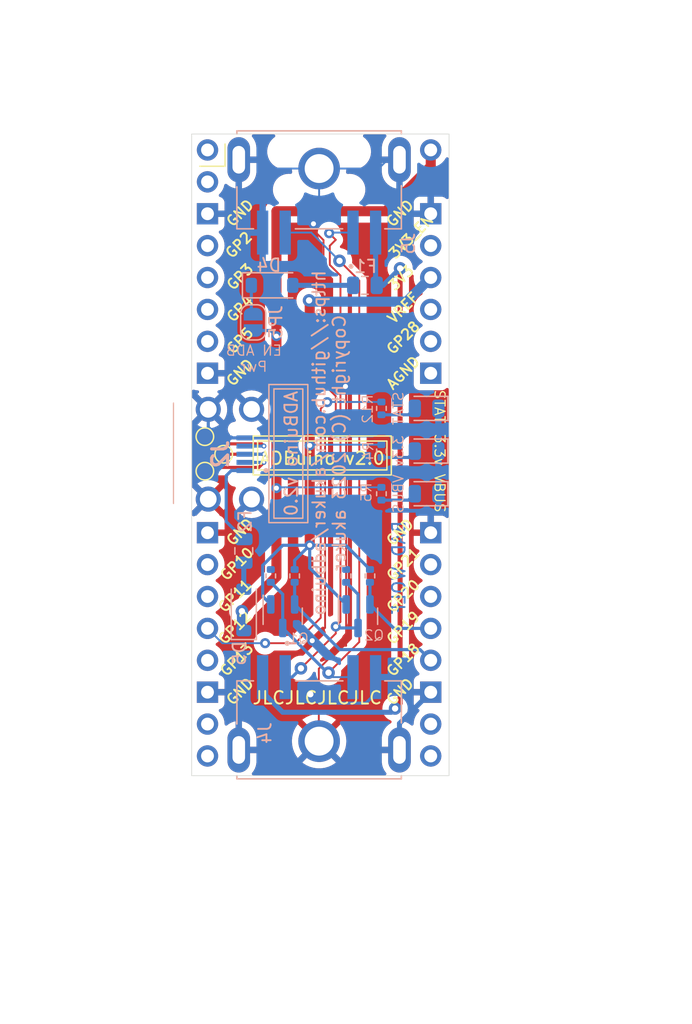
<source format=kicad_pcb>
(kicad_pcb (version 20221018) (generator pcbnew)
  (layers (0 "F.Cu" signal) (31 "B.Cu" signal) (34 "B.Paste" user) (35 "F.Paste" user) (36 "B.SilkS" user "B.Silkscreen") (37 "F.SilkS" user "F.Silkscreen") (38 "B.Mask" user) (39 "F.Mask" user) (44 "Edge.Cuts" user))
  (net 0 "")
  (net 1 "ADB_1_5v")
  (net 2 "ADB_1_DATA")
  (net 3 "ADB_1_PWR_ON")
  (net 4 "GND")
  (net 5 "+3V3")
  (net 6 "VBUS")
  (net 7 "Net-(D1-A)")
  (net 8 "Net-(D2-A)")
  (net 9 "Net-(D3-A)")
  (net 10 "Net-(D4-K)")
  (net 11 "Net-(D4-A)")
  (net 12 "Net-(D5-A)")
  (net 13 "Net-(F2-Pad1)")
  (net 14 "ADB_DATA_LV")
  (net 15 "ADB_PWR_ON_LV")
  (net 22 "DEBUG_LED")
  (net 31 "Net-(J2-Pad4)")
  (net 32 "Net-(J2-Pad3)")
  (net 33 "Net-(J2-Pad2)")
  (footprint "TestPoint:TestPoint_Pad_D1.0mm" (layer "F.Cu") (at 90.8 51.45 90)
    (fp_text reference "TP1" hide)
    (fp_text value "TestPoint_Small")
    (fp_circle (center 0 0) (end 0 0.7) (stroke (width 0.12)) (fill none) (layer "F.SilkS"))
    (pad "1" smd circle (at 0 0 90) (size 1 1) (layers "F.Cu" "F.Mask") (net 33 "Net-(J2-Pad2)"))
  )
  (footprint "TestPoint:TestPoint_Pad_D1.0mm" (layer "F.Cu") (at 92.3 50.1 90)
    (fp_text reference "TP2" hide)
    (fp_text value "TestPoint_Small")
    (fp_circle (center 0 0) (end 0 0.7) (stroke (width 0.12)) (fill none) (layer "F.SilkS"))
    (pad "1" smd circle (at 0 0 90) (size 1 1) (layers "F.Cu" "F.Mask") (net 32 "Net-(J2-Pad3)"))
  )
  (footprint "TestPoint:TestPoint_Pad_D1.0mm" (layer "F.Cu") (at 90.8 48.7 90)
    (fp_text reference "TP3" hide)
    (fp_text value "TestPoint_Small")
    (fp_circle (center 0 0) (end 0 0.7) (stroke (width 0.12)) (fill none) (layer "F.SilkS"))
    (pad "1" smd circle (at 0 0 90) (size 1 1) (layers "F.Cu" "F.Mask") (net 31 "Net-(J2-Pad4)"))
  )
  (footprint "MCU_RaspberryPi_and_Boards:Customized_RPi_Pico_SMD_TH" (layer "F.Cu") (at 99.9 50)
    (fp_text reference "U2" hide)
    (fp_text value "Pico")
    (fp_text user "GP28" (at 6.7 -9.174 45) (layer "F.SilkS") (effects (font (size 0.8 0.8))))
    (fp_text user "GP10" (at -6.554 8.84 45) (layer "F.SilkS") (effects (font (size 0.8 0.8))))
    (fp_text user "GP19" (at 6.7 13.94 45) (layer "F.SilkS") (effects (font (size 0.8 0.8))))
    (fp_text user "GP18" (at 6.7 16.48 45) (layer "F.SilkS") (effects (font (size 0.8 0.8))))
    (fp_text user "GND" (at -6.3 -19.1 45) (layer "F.SilkS") (effects (font (size 0.8 0.8))))
    (fp_text user "GND" (at -6.3 6.3 45) (layer "F.SilkS") (effects (font (size 0.8 0.8))))
    (fp_text user "GP20" (at 6.7 11.4 45) (layer "F.SilkS") (effects (font (size 0.8 0.8))))
    (fp_text user "GP21" (at 6.7 8.87 45) (layer "F.SilkS") (effects (font (size 0.8 0.8))))
    (fp_text user "AGND" (at 6.7 -6.38 45) (layer "F.SilkS") (effects (font (size 0.8 0.8))))
    (fp_text user "GND" (at 6.446 19.02 45) (layer "F.SilkS") (effects (font (size 0.8 0.8))))
    (fp_text user "GP12" (at -6.7 13.92 45) (layer "F.SilkS") (effects (font (size 0.8 0.8))))
    (fp_text user "GND" (at -6.3 -6.4 45) (layer "F.SilkS") (effects (font (size 0.8 0.8))))
    (fp_text user "GP5" (at -6.3 -8.94 45) (layer "F.SilkS") (effects (font (size 0.8 0.8))))
    (fp_text user "GND" (at 6.446 -19.08 45) (layer "F.SilkS") (effects (font (size 0.8 0.8))))
    (fp_text user "GP13" (at -6.554 16.46 45) (layer "F.SilkS") (effects (font (size 0.8 0.8))))
    (fp_text user "GP11" (at -6.7 11.38 45) (layer "F.SilkS") (effects (font (size 0.8 0.8))))
    (fp_text user "GND" (at -6.3 19 45) (layer "F.SilkS") (effects (font (size 0.8 0.8))))
    (fp_text user "VREF" (at 6.7 -11.552 45) (layer "F.SilkS") (effects (font (size 0.8 0.8))))
    (fp_text user "GP4" (at -6.3 -11.48 45) (layer "F.SilkS") (effects (font (size 0.8 0.8))))
    (fp_text user "3V3_EN" (at 7.346 -17.23 45) (layer "F.SilkS") (effects (font (size 0.8 0.8))))
    (fp_text user "GP2" (at -6.4 -16.56 45) (layer "F.SilkS") (effects (font (size 0.8 0.8))))
    (fp_text user "GP3" (at -6.3 -14.02 45) (layer "F.SilkS") (effects (font (size 0.8 0.8))))
    (fp_text user "GND" (at 6.446 6.32 45) (layer "F.SilkS") (effects (font (size 0.8 0.8))))
    (fp_text user "3V3" (at 6.546 -13.93 45) (layer "F.SilkS") (effects (font (size 0.8 0.8))))
    (fp_line (start -9.5 -22.833) (end -7.493 -22.833) (stroke (width 0.12)) (layer "F.SilkS"))
    (fp_line (start -7.493 -22.833) (end -7.493 -24.6) (stroke (width 0.12)) (layer "F.SilkS"))
    (pad "" np_thru_hole oval (at -2.725 -24) (size 1.8 1.8) (drill 1.8) (layers "*.Cu" "*.Mask"))
    (pad "" np_thru_hole oval (at -2.425 -20.97) (size 1.5 1.5) (drill 1.5) (layers "*.Cu" "*.Mask"))
    (pad "" np_thru_hole oval (at 2.425 -20.97) (size 1.5 1.5) (drill 1.5) (layers "*.Cu" "*.Mask"))
    (pad "" np_thru_hole oval (at 2.725 -24) (size 1.8 1.8) (drill 1.8) (layers "*.Cu" "*.Mask"))
    (pad "1" thru_hole oval (at -8.89 -24.13) (size 1.7 1.7) (drill 1.02) (layers "*.Cu" "*.Mask"))
    (pad "2" thru_hole oval (at -8.89 -21.59) (size 1.7 1.7) (drill 1.02) (layers "*.Cu" "*.Mask"))
    (pad "3" thru_hole rect (at -8.89 -19.05) (size 1.7 1.7) (drill 1.02) (layers "*.Cu" "*.Mask") (net 4 "GND"))
    (pad "4" thru_hole oval (at -8.89 -16.51) (size 1.7 1.7) (drill 1.02) (layers "*.Cu" "*.Mask"))
    (pad "5" thru_hole oval (at -8.89 -13.97) (size 1.7 1.7) (drill 1.02) (layers "*.Cu" "*.Mask"))
    (pad "6" thru_hole oval (at -8.89 -11.43) (size 1.7 1.7) (drill 1.02) (layers "*.Cu" "*.Mask"))
    (pad "7" thru_hole oval (at -8.89 -8.89) (size 1.7 1.7) (drill 1.02) (layers "*.Cu" "*.Mask"))
    (pad "8" thru_hole rect (at -8.89 -6.35) (size 1.7 1.7) (drill 1.02) (layers "*.Cu" "*.Mask") (net 4 "GND"))
    (pad "13" thru_hole rect (at -8.89 6.35) (size 1.7 1.7) (drill 1.02) (layers "*.Cu" "*.Mask") (net 4 "GND"))
    (pad "14" thru_hole oval (at -8.89 8.89) (size 1.7 1.7) (drill 1.02) (layers "*.Cu" "*.Mask"))
    (pad "15" thru_hole oval (at -8.89 11.43) (size 1.7 1.7) (drill 1.02) (layers "*.Cu" "*.Mask"))
    (pad "16" thru_hole oval (at -8.89 13.97) (size 1.7 1.7) (drill 1.02) (layers "*.Cu" "*.Mask") (net 22 "DEBUG_LED"))
    (pad "17" thru_hole oval (at -8.89 16.51) (size 1.7 1.7) (drill 1.02) (layers "*.Cu" "*.Mask"))
    (pad "18" thru_hole rect (at -8.89 19.05) (size 1.7 1.7) (drill 1.02) (layers "*.Cu" "*.Mask") (net 4 "GND"))
    (pad "19" thru_hole oval (at -8.89 21.59) (size 1.7 1.7) (drill 1.02) (layers "*.Cu" "*.Mask"))
    (pad "20" thru_hole oval (at -8.89 24.13) (size 1.7 1.7) (drill 1.02) (layers "*.Cu" "*.Mask"))
    (pad "21" thru_hole oval (at 8.89 24.13) (size 1.7 1.7) (drill 1.02) (layers "*.Cu" "*.Mask"))
    (pad "22" thru_hole oval (at 8.89 21.59) (size 1.7 1.7) (drill 1.02) (layers "*.Cu" "*.Mask"))
    (pad "23" thru_hole rect (at 8.89 19.05) (size 1.7 1.7) (drill 1.02) (layers "*.Cu" "*.Mask") (net 4 "GND"))
    (pad "24" thru_hole oval (at 8.89 16.51) (size 1.7 1.7) (drill 1.02) (layers "*.Cu" "*.Mask") (net 15 "ADB_PWR_ON_LV"))
    (pad "25" thru_hole oval (at 8.89 13.97) (size 1.7 1.7) (drill 1.02) (layers "*.Cu" "*.Mask") (net 14 "ADB_DATA_LV"))
    (pad "26" thru_hole oval (at 8.89 11.43) (size 1.7 1.7) (drill 1.02) (layers "*.Cu" "*.Mask"))
    (pad "27" thru_hole oval (at 8.89 8.89) (size 1.7 1.7) (drill 1.02) (layers "*.Cu" "*.Mask"))
    (pad "28" thru_hole rect (at 8.89 6.35) (size 1.7 1.7) (drill 1.02) (layers "*.Cu" "*.Mask") (net 4 "GND"))
    (pad "33" thru_hole rect (at 8.89 -6.35) (size 1.7 1.7) (drill 1.02) (layers "*.Cu" "*.Mask"))
    (pad "34" thru_hole oval (at 8.89 -8.89) (size 1.7 1.7) (drill 1.02) (layers "*.Cu" "*.Mask"))
    (pad "35" thru_hole oval (at 8.89 -11.43) (size 1.7 1.7) (drill 1.02) (layers "*.Cu" "*.Mask"))
    (pad "36" thru_hole oval (at 8.89 -13.97) (size 1.7 1.7) (drill 1.02) (layers "*.Cu" "*.Mask") (net 5 "+3V3"))
    (pad "37" thru_hole oval (at 8.89 -16.51) (size 1.7 1.7) (drill 1.02) (layers "*.Cu" "*.Mask"))
    (pad "38" thru_hole rect (at 8.89 -19.05) (size 1.7 1.7) (drill 1.02) (layers "*.Cu" "*.Mask") (net 4 "GND"))
    (pad "40" thru_hole oval (at 8.89 -24.13) (size 1.7 1.7) (drill 1.02) (layers "*.Cu" "*.Mask") (net 6 "VBUS"))
  )
  (footprint "SamacSys_Parts:U254051N4BH806" (layer "B.Cu") (at 92.035 50.1 90)
    (fp_text reference "J2" (at 0 0 270) (layer "B.SilkS") (effects (font (size 1.27 1.27) (thickness 0.254)) (justify mirror)))
    (fp_text value "U254-051N-4BH806" hide)
    (fp_line (start -3.924 -3.735) (end 4.075 -3.735) (stroke (width 0.1)) (layer "B.SilkS"))
    (fp_line (start -1.299 3.535) (end -1.299 3.535) (stroke (width 0.2)) (layer "B.SilkS"))
    (fp_line (start -1.299 3.735) (end -1.299 3.735) (stroke (width 0.2)) (layer "B.SilkS"))
    (fp_arc (start -1.299 3.535) (mid -1.199 3.635) (end -1.299 3.735) (stroke (width 0.2)) (layer "B.SilkS"))
    (fp_arc (start -1.299 3.735) (mid -1.399 3.635) (end -1.299 3.535) (stroke (width 0.2)) (layer "B.SilkS"))
    (pad "" np_thru_hole circle (at -2 1.165 90) (size 0.001 0.001) (drill 0.65) (layers "*.Cu" "*.Mask"))
    (pad "" np_thru_hole circle (at 2 1.165 90) (size 0.001 0.001) (drill 0.65) (layers "*.Cu" "*.Mask"))
    (pad "1" smd rect (at -1.3 1.985 90) (size 0.4 1.4) (layers "B.Cu" "B.Paste" "B.Mask") (net 13 "Net-(F2-Pad1)"))
    (pad "2" smd rect (at -0.65 1.985 90) (size 0.4 1.4) (layers "B.Cu" "B.Paste" "B.Mask") (net 33 "Net-(J2-Pad2)"))
    (pad "3" smd rect (at 0 1.985 90) (size 0.4 1.4) (layers "B.Cu" "B.Paste" "B.Mask") (net 32 "Net-(J2-Pad3)"))
    (pad "4" smd rect (at 0.65 1.985 90) (size 0.4 1.4) (layers "B.Cu" "B.Paste" "B.Mask") (net 31 "Net-(J2-Pad4)"))
    (pad "5" smd rect (at 1.3 1.985 90) (size 0.4 1.4) (layers "B.Cu" "B.Paste" "B.Mask") (net 4 "GND"))
    (pad "MH1" thru_hole circle (at -3.575 -0.965 90) (size 2 2) (drill 1.3285) (layers "*.Cu" "*.Mask") (net 4 "GND"))
    (pad "MH2" thru_hole circle (at 3.575 -0.965 90) (size 2 2) (drill 1.3285) (layers "*.Cu" "*.Mask") (net 4 "GND"))
    (pad "MH3" thru_hole circle (at 3.575 2.485 90) (size 2 2) (drill 1.3285) (layers "*.Cu" "*.Mask") (net 4 "GND"))
    (pad "MH4" thru_hole circle (at -3.575 2.485 90) (size 2 2) (drill 1.3285) (layers "*.Cu" "*.Mask") (net 4 "GND"))
  )
  (footprint "Resistor_SMD:R_0402_1005Metric" (layer "B.Cu") (at 102.05 59.79 -90)
    (fp_text reference "R6" hide)
    (fp_text value "10k")
    (fp_line (start -0.153641 -0.38) (end 0.153641 -0.38) (stroke (width 0.12)) (layer "B.SilkS"))
    (fp_line (start -0.153641 0.38) (end 0.153641 0.38) (stroke (width 0.12)) (layer "B.SilkS"))
    (pad "1" smd roundrect (at -0.51 0 270) (size 0.54 0.64) (layers "B.Cu" "B.Paste" "B.Mask") (net 1 "ADB_1_5v"))
    (pad "2" smd roundrect (at 0.51 0 270) (size 0.54 0.64) (layers "B.Cu" "B.Paste" "B.Mask") (net 2 "ADB_1_DATA"))
  )
  (footprint "Resistor_SMD:R_0402_1005Metric" (layer "B.Cu") (at 97.95 59.79 -90)
    (fp_text reference "R1" hide)
    (fp_text value "10k")
    (fp_line (start -0.153641 -0.38) (end 0.153641 -0.38) (stroke (width 0.12)) (layer "B.SilkS"))
    (fp_line (start -0.153641 0.38) (end 0.153641 0.38) (stroke (width 0.12)) (layer "B.SilkS"))
    (pad "1" smd roundrect (at -0.51 0 270) (size 0.54 0.64) (layers "B.Cu" "B.Paste" "B.Mask") (net 5 "+3V3"))
    (pad "2" smd roundrect (at 0.51 0 270) (size 0.54 0.64) (layers "B.Cu" "B.Paste" "B.Mask") (net 15 "ADB_PWR_ON_LV"))
  )
  (footprint "Resistor_SMD:R_0402_1005Metric" (layer "B.Cu") (at 96.05 59.79 -90)
    (fp_text reference "R2" hide)
    (fp_text value "10k")
    (fp_line (start -0.153641 -0.38) (end 0.153641 -0.38) (stroke (width 0.12)) (layer "B.SilkS"))
    (fp_line (start -0.153641 0.38) (end 0.153641 0.38) (stroke (width 0.12)) (layer "B.SilkS"))
    (pad "1" smd roundrect (at -0.51 0 270) (size 0.54 0.64) (layers "B.Cu" "B.Paste" "B.Mask") (net 1 "ADB_1_5v"))
    (pad "2" smd roundrect (at 0.51 0 270) (size 0.54 0.64) (layers "B.Cu" "B.Paste" "B.Mask") (net 3 "ADB_1_PWR_ON"))
  )
  (footprint "LED_SMD:LED_0805_2012Metric" (layer "B.Cu") (at 108.4625 49.84875 180)
    (fp_text reference "D1")
    (fp_text value "LED_Small")
    (fp_line (start -1.685 -0.96) (end 1 -0.96) (stroke (width 0.12)) (layer "B.SilkS"))
    (fp_line (start -1.685 0.96) (end -1.685 -0.96) (stroke (width 0.12)) (layer "B.SilkS"))
    (fp_line (start 1 0.96) (end -1.685 0.96) (stroke (width 0.12)) (layer "B.SilkS"))
    (pad "1" smd roundrect (at -0.9375 0 180) (size 0.975 1.4) (layers "B.Cu" "B.Paste" "B.Mask") (net 4 "GND"))
    (pad "2" smd roundrect (at 0.9375 0 180) (size 0.975 1.4) (layers "B.Cu" "B.Paste" "B.Mask") (net 7 "Net-(D1-A)"))
  )
  (footprint "LED_SMD:LED_0805_2012Metric" (layer "B.Cu") (at 108.4625 46.45 180)
    (fp_text reference "D3")
    (fp_text value "LED_Small")
    (fp_line (start -1.685 -0.96) (end 1 -0.96) (stroke (width 0.12)) (layer "B.SilkS"))
    (fp_line (start -1.685 0.96) (end -1.685 -0.96) (stroke (width 0.12)) (layer "B.SilkS"))
    (fp_line (start 1 0.96) (end -1.685 0.96) (stroke (width 0.12)) (layer "B.SilkS"))
    (pad "1" smd roundrect (at -0.9375 0 180) (size 0.975 1.4) (layers "B.Cu" "B.Paste" "B.Mask") (net 4 "GND"))
    (pad "2" smd roundrect (at 0.9375 0 180) (size 0.975 1.4) (layers "B.Cu" "B.Paste" "B.Mask") (net 9 "Net-(D3-A)"))
  )
  (footprint "Resistor_SMD:R_0402_1005Metric" (layer "B.Cu") (at 104.8625 49.84875 -90)
    (fp_text reference "R4" (at 0.00125 1.05 90) (layer "B.SilkS") (effects (font (size 0.8 0.8) (thickness 0.1)) (justify mirror)))
    (fp_text value "10k")
    (fp_line (start -0.153641 -0.38) (end 0.153641 -0.38) (stroke (width 0.12)) (layer "B.SilkS"))
    (fp_line (start -0.153641 0.38) (end 0.153641 0.38) (stroke (width 0.12)) (layer "B.SilkS"))
    (pad "1" smd roundrect (at -0.51 0 270) (size 0.54 0.64) (layers "B.Cu" "B.Paste" "B.Mask") (net 5 "+3V3"))
    (pad "2" smd roundrect (at 0.51 0 270) (size 0.54 0.64) (layers "B.Cu" "B.Paste" "B.Mask") (net 7 "Net-(D1-A)"))
  )
  (footprint "Resistor_SMD:R_0402_1005Metric" (layer "B.Cu") (at 104.8625 53.2475 -90)
    (fp_text reference "R5" (at -0.1025 1.2 90) (layer "B.SilkS") (effects (font (size 0.8 0.8) (thickness 0.1)) (justify mirror)))
    (fp_text value "10k")
    (fp_line (start -0.153641 -0.38) (end 0.153641 -0.38) (stroke (width 0.12)) (layer "B.SilkS"))
    (fp_line (start -0.153641 0.38) (end 0.153641 0.38) (stroke (width 0.12)) (layer "B.SilkS"))
    (pad "1" smd roundrect (at -0.51 0 270) (size 0.54 0.64) (layers "B.Cu" "B.Paste" "B.Mask") (net 6 "VBUS"))
    (pad "2" smd roundrect (at 0.51 0 270) (size 0.54 0.64) (layers "B.Cu" "B.Paste" "B.Mask") (net 8 "Net-(D2-A)"))
  )
  (footprint "Resistor_SMD:R_0402_1005Metric" (layer "B.Cu") (at 104.8625 46.45 -90)
    (fp_text reference "R12" (at 0.05 1.1 90) (layer "B.SilkS") (effects (font (size 0.8 0.8) (thickness 0.1)) (justify mirror)))
    (fp_text value "10k")
    (fp_line (start -0.153641 -0.38) (end 0.153641 -0.38) (stroke (width 0.12)) (layer "B.SilkS"))
    (fp_line (start -0.153641 0.38) (end 0.153641 0.38) (stroke (width 0.12)) (layer "B.SilkS"))
    (pad "1" smd roundrect (at -0.51 0 270) (size 0.54 0.64) (layers "B.Cu" "B.Paste" "B.Mask") (net 22 "DEBUG_LED"))
    (pad "2" smd roundrect (at 0.51 0 270) (size 0.54 0.64) (layers "B.Cu" "B.Paste" "B.Mask") (net 9 "Net-(D3-A)"))
  )
  (footprint "adbuino_v0p9p1:CUI_MD2-40ST-SMT" (layer "B.Cu") (at 99.9 28.25 90)
    (fp_text reference "J5" (at -5.08 7.112 90) (layer "B.SilkS") (effects (font (size 1.000457 1.000457)) (justify mirror)))
    (fp_text value "Mini-DIN-4")
    (fp_line (start -3.9 -6.55) (end -3.9 -5.23) (stroke (width 0.127)) (layer "B.SilkS"))
    (fp_line (start -3.9 -6.55) (end -0.56 -6.55) (stroke (width 0.127)) (layer "B.SilkS"))
    (fp_line (start -3.9 -1.89) (end -3.9 1.87) (stroke (width 0.127)) (layer "B.SilkS"))
    (fp_line (start -3.9 6.55) (end -3.9 5.23) (stroke (width 0.127)) (layer "B.SilkS"))
    (fp_line (start -3.9 6.55) (end -0.47 6.55) (stroke (width 0.127)) (layer "B.SilkS"))
    (fp_line (start 3.9 -6.55) (end 3.66 -6.55) (stroke (width 0.127)) (layer "B.SilkS"))
    (fp_line (start 3.9 6.55) (end 3.66 6.55) (stroke (width 0.127)) (layer "B.SilkS"))
    (fp_line (start 3.9 6.55) (end 3.9 -6.55) (stroke (width 0.127)) (layer "B.SilkS"))
    (fp_circle (center -6.89 2.54) (end -6.69 2.54) (fill solid) (layer "B.SilkS"))
    (pad "1" smd rect (at -4.2 2.7 90) (size 3.5 0.9) (layers "B.Cu" "B.Paste" "B.Mask") (net 2 "ADB_1_DATA"))
    (pad "2" smd rect (at -4.2 -2.7 90) (size 3.5 0.9) (layers "B.Cu" "B.Paste" "B.Mask") (net 3 "ADB_1_PWR_ON"))
    (pad "3" smd rect (at -4.2 4.5 90) (size 3.5 0.9) (layers "B.Cu" "B.Paste" "B.Mask") (net 1 "ADB_1_5v"))
    (pad "4" smd rect (at -4.2 -4.5 90) (size 3.5 0.9) (layers "B.Cu" "B.Paste" "B.Mask") (net 4 "GND"))
    (pad "S1" thru_hole circle (at 0.9 0 90) (size 3.316 3.316) (drill 2.3) (layers "*.Cu" "*.Mask") (net 4 "GND"))
    (pad "S2" thru_hole oval (at 1.6 6.4 90) (size 3.6 1.8) (drill oval 2.2 1) (layers "*.Cu" "*.Mask") (net 4 "GND"))
    (pad "S3" thru_hole oval (at 1.6 -6.4 90) (size 3.6 1.8) (drill oval 2.2 1) (layers "*.Cu" "*.Mask") (net 4 "GND"))
  )
  (footprint "Package_TO_SOT_SMD:SOT-23" (layer "B.Cu") (at 103 63 -90)
    (fp_text reference "Q2" (at 1.524 -1.27) (layer "B.SilkS") (effects (font (size 0.8 0.8) (thickness 0.1)) (justify mirror)))
    (fp_text value "BSS138")
    (fp_line (start 0 -1.56) (end -0.65 -1.56) (stroke (width 0.12)) (layer "B.SilkS"))
    (fp_line (start 0 -1.56) (end 0.65 -1.56) (stroke (width 0.12)) (layer "B.SilkS"))
    (fp_line (start 0 1.56) (end -1.675 1.56) (stroke (width 0.12)) (layer "B.SilkS"))
    (fp_line (start 0 1.56) (end 0.65 1.56) (stroke (width 0.12)) (layer "B.SilkS"))
    (pad "1" smd roundrect (at -0.9375 0.95 270) (size 1.475 0.6) (layers "B.Cu" "B.Paste" "B.Mask") (net 5 "+3V3"))
    (pad "2" smd roundrect (at -0.9375 -0.95 270) (size 1.475 0.6) (layers "B.Cu" "B.Paste" "B.Mask") (net 14 "ADB_DATA_LV"))
    (pad "3" smd roundrect (at 0.9375 0 270) (size 1.475 0.6) (layers "B.Cu" "B.Paste" "B.Mask") (net 2 "ADB_1_DATA"))
  )
  (footprint "LED_SMD:LED_0805_2012Metric" (layer "B.Cu") (at 108.4625 53.2475 180)
    (fp_text reference "D2")
    (fp_text value "LED_Small")
    (fp_line (start -1.685 -0.96) (end 1 -0.96) (stroke (width 0.12)) (layer "B.SilkS"))
    (fp_line (start -1.685 0.96) (end -1.685 -0.96) (stroke (width 0.12)) (layer "B.SilkS"))
    (fp_line (start 1 0.96) (end -1.685 0.96) (stroke (width 0.12)) (layer "B.SilkS"))
    (pad "1" smd roundrect (at -0.9375 0 180) (size 0.975 1.4) (layers "B.Cu" "B.Paste" "B.Mask") (net 4 "GND"))
    (pad "2" smd roundrect (at 0.9375 0 180) (size 0.975 1.4) (layers "B.Cu" "B.Paste" "B.Mask") (net 8 "Net-(D2-A)"))
  )
  (footprint "Package_TO_SOT_SMD:SOT-23" (layer "B.Cu") (at 97 63 -90)
    (fp_text reference "Q1" (at 1.778 -1.27) (layer "B.SilkS") (effects (font (size 0.8 0.8) (thickness 0.1)) (justify mirror)))
    (fp_text value "BSS138")
    (fp_line (start 0 -1.56) (end -0.65 -1.56) (stroke (width 0.12)) (layer "B.SilkS"))
    (fp_line (start 0 -1.56) (end 0.65 -1.56) (stroke (width 0.12)) (layer "B.SilkS"))
    (fp_line (start 0 1.56) (end -1.675 1.56) (stroke (width 0.12)) (layer "B.SilkS"))
    (fp_line (start 0 1.56) (end 0.65 1.56) (stroke (width 0.12)) (layer "B.SilkS"))
    (pad "1" smd roundrect (at -0.9375 0.95 270) (size 1.475 0.6) (layers "B.Cu" "B.Paste" "B.Mask") (net 5 "+3V3"))
    (pad "2" smd roundrect (at -0.9375 -0.95 270) (size 1.475 0.6) (layers "B.Cu" "B.Paste" "B.Mask") (net 15 "ADB_PWR_ON_LV"))
    (pad "3" smd roundrect (at 0.9375 0 270) (size 1.475 0.6) (layers "B.Cu" "B.Paste" "B.Mask") (net 3 "ADB_1_PWR_ON"))
  )
  (footprint "Resistor_SMD:R_0402_1005Metric" (layer "B.Cu") (at 103.95 59.79 -90)
    (fp_text reference "R3" hide)
    (fp_text value "10k")
    (fp_line (start -0.153641 -0.38) (end 0.153641 -0.38) (stroke (width 0.12)) (layer "B.SilkS"))
    (fp_line (start -0.153641 0.38) (end 0.153641 0.38) (stroke (width 0.12)) (layer "B.SilkS"))
    (pad "1" smd roundrect (at -0.51 0 270) (size 0.54 0.64) (layers "B.Cu" "B.Paste" "B.Mask") (net 5 "+3V3"))
    (pad "2" smd roundrect (at 0.51 0 270) (size 0.54 0.64) (layers "B.Cu" "B.Paste" "B.Mask") (net 14 "ADB_DATA_LV"))
  )
  (footprint "adbuino_v0p9p1:CUI_MD2-40ST-SMT" (layer "B.Cu") (at 99.9 72.05 -90)
    (fp_text reference "J4" (at 0.254 4.318 90) (layer "B.SilkS") (effects (font (size 1.000457 1.000457)) (justify mirror)))
    (fp_text value "Mini-DIN-4")
    (fp_line (start -3.9 -6.55) (end -3.9 -5.23) (stroke (width 0.127)) (layer "B.SilkS"))
    (fp_line (start -3.9 -6.55) (end -0.56 -6.55) (stroke (width 0.127)) (layer "B.SilkS"))
    (fp_line (start -3.9 -1.89) (end -3.9 1.87) (stroke (width 0.127)) (layer "B.SilkS"))
    (fp_line (start -3.9 6.55) (end -3.9 5.23) (stroke (width 0.127)) (layer "B.SilkS"))
    (fp_line (start -3.9 6.55) (end -0.47 6.55) (stroke (width 0.127)) (layer "B.SilkS"))
    (fp_line (start 3.9 -6.55) (end 3.66 -6.55) (stroke (width 0.127)) (layer "B.SilkS"))
    (fp_line (start 3.9 6.55) (end 3.66 6.55) (stroke (width 0.127)) (layer "B.SilkS"))
    (fp_line (start 3.9 6.55) (end 3.9 -6.55) (stroke (width 0.127)) (layer "B.SilkS"))
    (fp_circle (center -6.89 2.54) (end -6.69 2.54) (fill solid) (layer "B.SilkS"))
    (pad "1" smd rect (at -4.2 2.7 270) (size 3.5 0.9) (layers "B.Cu" "B.Paste" "B.Mask") (net 2 "ADB_1_DATA"))
    (pad "2" smd rect (at -4.2 -2.7 270) (size 3.5 0.9) (layers "B.Cu" "B.Paste" "B.Mask") (net 3 "ADB_1_PWR_ON"))
    (pad "3" smd rect (at -4.2 4.5 270) (size 3.5 0.9) (layers "B.Cu" "B.Paste" "B.Mask") (net 1 "ADB_1_5v"))
    (pad "4" smd rect (at -4.2 -4.5 270) (size 3.5 0.9) (layers "B.Cu" "B.Paste" "B.Mask") (net 4 "GND"))
    (pad "S1" thru_hole circle (at 0.9 0 270) (size 3.316 3.316) (drill 2.3) (layers "*.Cu" "*.Mask") (net 4 "GND"))
    (pad "S2" thru_hole oval (at 1.6 6.4 270) (size 3.6 1.8) (drill oval 2.2 1) (layers "*.Cu" "*.Mask") (net 4 "GND"))
    (pad "S3" thru_hole oval (at 1.6 -6.4 270) (size 3.6 1.8) (drill oval 2.2 1) (layers "*.Cu" "*.Mask") (net 4 "GND"))
  )
  (footprint "Fuse:Fuse_0805_2012Metric" (layer "B.Cu") (at 93.9 57.8 -90)
    (fp_text reference "F2" (at -2.35 -0.1 -90) (layer "B.SilkS") (effects (justify mirror)))
    (fp_text value "Polyfuse")
    (fp_line (start -0.258578 -0.71) (end 0.258578 -0.71) (stroke (width 0.12)) (layer "B.SilkS"))
    (fp_line (start -0.258578 0.71) (end 0.258578 0.71) (stroke (width 0.12)) (layer "B.SilkS"))
    (pad "1" smd roundrect (at -0.9375 0 270) (size 0.975 1.4) (layers "B.Cu" "B.Paste" "B.Mask") (net 13 "Net-(F2-Pad1)"))
    (pad "2" smd roundrect (at 0.9375 0 270) (size 0.975 1.4) (layers "B.Cu" "B.Paste" "B.Mask") (net 12 "Net-(D5-A)"))
  )
  (footprint "Diode_SMD:D_SOD-123" (layer "B.Cu") (at 96.15 36.65)
    (fp_text reference "D4" (at -0.25 -1.6) (layer "B.SilkS") (effects (justify mirror)))
    (fp_text value "D_Schottky")
    (fp_line (start -2.36 -1) (end 1.65 -1) (stroke (width 0.12)) (layer "B.SilkS"))
    (fp_line (start -2.36 1) (end -2.36 -1) (stroke (width 0.12)) (layer "B.SilkS"))
    (fp_line (start -2.36 1) (end 1.65 1) (stroke (width 0.12)) (layer "B.SilkS"))
    (pad "1" smd roundrect (at -1.65 0) (size 0.9 1.2) (layers "B.Cu" "B.Paste" "B.Mask") (net 10 "Net-(D4-K)"))
    (pad "2" smd roundrect (at 1.65 0) (size 0.9 1.2) (layers "B.Cu" "B.Paste" "B.Mask") (net 11 "Net-(D4-A)"))
  )
  (footprint "Fuse:Fuse_0805_2012Metric" (layer "B.Cu") (at 103.55 36.65 180)
    (fp_text reference "F1" (at -0.05 1.5) (layer "B.SilkS") (effects (justify mirror)))
    (fp_text value "Polyfuse")
    (fp_line (start -0.258578 -0.71) (end 0.258578 -0.71) (stroke (width 0.12)) (layer "B.SilkS"))
    (fp_line (start -0.258578 0.71) (end 0.258578 0.71) (stroke (width 0.12)) (layer "B.SilkS"))
    (pad "1" smd roundrect (at -0.9375 0 180) (size 0.975 1.4) (layers "B.Cu" "B.Paste" "B.Mask") (net 1 "ADB_1_5v"))
    (pad "2" smd roundrect (at 0.9375 0 180) (size 0.975 1.4) (layers "B.Cu" "B.Paste" "B.Mask") (net 11 "Net-(D4-A)"))
  )
  (footprint "Jumper:SolderJumper-2_P1.3mm_Open_RoundedPad1.0x1.5mm" (layer "B.Cu") (at 94.65 39.6 90)
    (fp_text reference "JP5" (at 0 1.8 90) (layer "B.SilkS") (effects (justify mirror)))
    (fp_text value "SolderJumper_2_Open")
    (fp_line (start -1.4 -0.3) (end -1.4 0.3) (stroke (width 0.12)) (layer "B.SilkS"))
    (fp_line (start -0.7 1) (end 0.7 1) (stroke (width 0.12)) (layer "B.SilkS"))
    (fp_line (start 0.7 -1) (end -0.7 -1) (stroke (width 0.12)) (layer "B.SilkS"))
    (fp_line (start 1.4 0.3) (end 1.4 -0.3) (stroke (width 0.12)) (layer "B.SilkS"))
    (fp_arc (start -1.4 -0.3) (mid -1.194975 -0.794975) (end -0.7 -1) (stroke (width 0.12)) (layer "B.SilkS"))
    (fp_arc (start -0.7 1) (mid -1.194975 0.794975) (end -1.4 0.3) (stroke (width 0.12)) (layer "B.SilkS"))
    (fp_arc (start 0.7 -1) (mid 1.194975 -0.794975) (end 1.4 -0.3) (stroke (width 0.12)) (layer "B.SilkS"))
    (fp_arc (start 1.4 0.3) (mid 1.194975 0.794975) (end 0.7 1) (stroke (width 0.12)) (layer "B.SilkS"))
    (pad "1" smd custom (at -0.65 0 90) (size 1 0.5) (layers "B.Cu" "B.Mask") (net 6 "VBUS") (options (clearance outline) (anchor rect)) (primitives (gr_circle (center 0 -0.25) (end 0.5 -0.25) (width 0) (fill yes)) (gr_circle (center 0 0.25) (end 0.5 0.25) (width 0) (fill yes)) (gr_poly (pts (xy 0.5 -0.75) (xy 0 -0.75) (xy 0 0.75) (xy 0.5 0.75)) (width 0) (fill yes))))
    (pad "2" smd custom (at 0.65 0 90) (size 1 0.5) (layers "B.Cu" "B.Mask") (net 10 "Net-(D4-K)") (options (clearance outline) (anchor rect)) (primitives (gr_circle (center 0 -0.25) (end 0.5 -0.25) (width 0) (fill yes)) (gr_circle (center 0 0.25) (end 0.5 0.25) (width 0) (fill yes)) (gr_poly (pts (xy 0 -0.75) (xy -0.5 -0.75) (xy -0.5 0.75) (xy 0 0.75)) (width 0) (fill yes))))
  )
  (footprint "Diode_SMD:D_SOD-123" (layer "B.Cu") (at 93.9 62.5 90)
    (fp_text reference "D5" (at -3.45 -0.35 90) (layer "B.SilkS") (effects (justify mirror)))
    (fp_text value "D_Schottky")
    (fp_line (start -2.36 -1) (end 1.65 -1) (stroke (width 0.12)) (layer "B.SilkS"))
    (fp_line (start -2.36 1) (end -2.36 -1) (stroke (width 0.12)) (layer "B.SilkS"))
    (fp_line (start -2.36 1) (end 1.65 1) (stroke (width 0.12)) (layer "B.SilkS"))
    (pad "1" smd roundrect (at -1.65 0 90) (size 0.9 1.2) (layers "B.Cu" "B.Paste" "B.Mask") (net 6 "VBUS"))
    (pad "2" smd roundrect (at 1.65 0 90) (size 0.9 1.2) (layers "B.Cu" "B.Paste" "B.Mask") (net 12 "Net-(D5-A)"))
  )
  (gr_rect (start 95.9 44.55) (end 99 55.55) (stroke (width 0.12)) (fill none) (layer "B.SilkS"))
  (gr_rect (start 96.3 44.9) (end 98.6 55.2) (stroke (width 0.12)) (fill none) (layer "B.SilkS"))
  (gr_rect (start 95 49.05) (end 105.3 51.35) (stroke (width 0.12)) (fill none) (layer "F.SilkS"))
  (gr_rect (start 94.65 48.65) (end 105.65 51.75) (stroke (width 0.12)) (fill none) (layer "F.SilkS"))
  (gr_line (start 110.25 24.6) (end 110.25 75.7) (stroke (width 0.05)) (layer "Edge.Cuts"))
  (gr_line (start 110.25 75.7) (end 89.75 75.7) (stroke (width 0.05)) (layer "Edge.Cuts"))
  (gr_line (start 89.75 75.7) (end 89.75 24.6) (stroke (width 0.05)) (layer "Edge.Cuts"))
  (gr_line (start 89.75 24.6) (end 110.25 24.6) (stroke (width 0.05)) (layer "Edge.Cuts"))
  (gr_text "BAD WOLF" (at 106.25 59.15 90) (layer "B.Cu") (effects (font (size 1 1)) (justify mirror)))
  (gr_text "VBUS" (at 106.2125 53.2475 90) (layer "B.SilkS") (effects (font (size 0.8 0.8) (thickness 0.1)) (justify mirror)))
  (gr_text "STAT\n" (at 106.2125 46.450001 90) (layer "B.SilkS") (effects (font (size 0.8 0.8) (thickness 0.1)) (justify mirror)))
  (gr_text "ADBuino v2.0" (at 97.677 50.048 90) (layer "B.SilkS") (effects (font (size 1 1)) (justify mirror)))
  (gr_text "3.3v\n" (at 106.2125 49.84875 90) (layer "B.SilkS") (effects (font (size 0.8 0.8) (thickness 0.1)) (justify mirror)))
  (gr_text "EN ADB\nPwr" (at 94.7 43.6) (layer "B.SilkS") (effects (font (size 0.8 0.8) (thickness 0.1)) (justify bottom mirror)))
  (gr_text "https://github.com/akuker/adbuino\nCopyright (C) 2023 akuker" (at 100.7 49.2 90) (layer "B.SilkS") (effects (font (size 1 1)) (justify mirror)))
  (gr_text "VBUS" (at 109.5 53.2 -90) (layer "F.SilkS") (effects (font (size 0.8 0.8) (thickness 0.1))))
  (gr_text "3.3v\n" (at 109.5 49.75 -90) (layer "F.SilkS") (effects (font (size 0.8 0.8) (thickness 0.1))))
  (gr_text "STAT\n" (at 109.5 46.3 -90) (layer "F.SilkS") (effects (font (size 0.8 0.8) (thickness 0.1))))
  (gr_text "JLCJLCJLCJLC" (at 99.75 69.5) (layer "F.SilkS") (effects (font (size 1 1))))
  (gr_text "ADBuino v2.0" (at 100.148 50.427) (layer "F.SilkS") (effects (font (size 1 1))))
  (segment (start 106.35 69.95) (end 105.95 70.35) (width 0.4) (layer "F.Cu") (net 1))
  (segment (start 106.35 35.3) (end 106.35 69.95) (width 0.4) (layer "F.Cu") (net 1))
  (via (at 106.35 35.3) (size 1) (drill 0.5) (layers "F.Cu" "B.Cu") (net 1))
  (via (at 105.95 70.35) (size 1) (drill 0.5) (layers "F.Cu" "B.Cu") (net 1))
  (segment (start 105.95 70.35) (end 105.65 70.65) (width 0.4) (layer "B.Cu") (net 1))
  (segment (start 104.4 36.5625) (end 104.4875 36.65) (width 0.4) (layer "B.Cu") (net 1))
  (segment (start 95.4 69.05) (end 95.4 67.85) (width 0.4) (layer "B.Cu") (net 1))
  (segment (start 105.65 70.65) (end 97 70.65) (width 0.4) (layer "B.Cu") (net 1))
  (segment (start 105 36.65) (end 106.35 35.3) (width 0.4) (layer "B.Cu") (net 1))
  (segment (start 97 70.65) (end 95.4 69.05) (width 0.4) (layer "B.Cu") (net 1))
  (segment (start 104.4875 36.65) (end 105 36.65) (width 0.4) (layer "B.Cu") (net 1))
  (segment (start 104.4 32.45) (end 104.4 36.5625) (width 0.4) (layer "B.Cu") (net 1))
  (segment (start 100.7495 33.5005) (end 101.225 33.025) (width 0.15) (layer "F.Cu") (net 2))
  (segment (start 101.6 44.145405) (end 101.6 35.871516) (width 0.15) (layer "F.Cu") (net 2))
  (segment (start 101.225 63.825) (end 101.6 63.45) (width 0.15) (layer "F.Cu") (net 2))
  (segment (start 101.6 35.871516) (end 100.7495 35.021016) (width 0.15) (layer "F.Cu") (net 2))
  (segment (start 101.325 44.420405) (end 101.6 44.145405) (width 0.15) (layer "F.Cu") (net 2))
  (segment (start 101.6 63.45) (end 101.6 45.254595) (width 0.15) (layer "F.Cu") (net 2))
  (segment (start 101.225 64.375) (end 98.45 67.15) (width 0.15) (layer "F.Cu") (net 2))
  (segment (start 101.325 44.979595) (end 101.325 44.420405) (width 0.15) (layer "F.Cu") (net 2))
  (segment (start 101.6 45.254595) (end 101.325 44.979595) (width 0.15) (layer "F.Cu") (net 2))
  (segment (start 101.225 63.825) (end 101.225 64.375) (width 0.15) (layer "F.Cu") (net 2))
  (segment (start 101.225 33.025) (end 100.7 32.5) (width 0.15) (layer "F.Cu") (net 2))
  (segment (start 100.7495 35.021016) (end 100.7495 33.5005) (width 0.15) (layer "F.Cu") (net 2))
  (via (at 101.225 63.825) (size 0.8) (drill 0.4) (layers "F.Cu" "B.Cu") (net 2))
  (via (at 100.7 32.5) (size 0.8) (drill 0.4) (layers "F.Cu" "B.Cu") (net 2))
  (via (at 98.45 67.15) (size 1) (drill 0.5) (layers "F.Cu" "B.Cu") (net 2))
  (segment (start 102.05 60.3) (end 103 61.25) (width 0.25) (layer "B.Cu") (net 2))
  (segment (start 97.75 67.85) (end 97.2 67.85) (width 0.25) (layer "B.Cu") (net 2))
  (segment (start 103 61.25) (end 103 63.9375) (width 0.25) (layer "B.Cu") (net 2))
  (segment (start 102.6 32.45) (end 100.75 32.45) (width 0.15) (layer "B.Cu") (net 2))
  (segment (start 100.75 32.45) (end 100.7 32.5) (width 0.15) (layer "B.Cu") (net 2))
  (segment (start 98.45 67.15) (end 97.75 67.85) (width 0.25) (layer "B.Cu") (net 2))
  (segment (start 101.225 63.825) (end 101.3375 63.9375) (width 0.25) (layer "B.Cu") (net 2))
  (segment (start 101.3375 63.9375) (end 103 63.9375) (width 0.25) (layer "B.Cu") (net 2))
  (segment (start 100.65 67.5) (end 103.1 65.05) (width 0.15) (layer "F.Cu") (net 3))
  (segment (start 103.1 65.05) (end 103.1 36.2755) (width 0.15) (layer "F.Cu") (net 3))
  (segment (start 103.1 36.2755) (end 101.5245 34.7) (width 0.15) (layer "F.Cu") (net 3))
  (via (at 101.5245 34.7) (size 1) (drill 0.5) (layers "F.Cu" "B.Cu") (net 3))
  (via (at 100.65 67.5) (size 1) (drill 0.5) (layers "F.Cu" "B.Cu") (net 3))
  (segment (start 96.05 60.3) (end 97 61.25) (width 0.25) (layer "B.Cu") (net 3))
  (segment (start 101.5245 34.7) (end 99.2745 32.45) (width 0.15) (layer "B.Cu") (net 3))
  (segment (start 99.2745 32.45) (end 97.2 32.45) (width 0.15) (layer "B.Cu") (net 3))
  (segment (start 101 67.85) (end 102.6 67.85) (width 0.15) (layer "B.Cu") (net 3))
  (segment (start 100.5625 67.5) (end 100.65 67.5) (width 0.25) (layer "B.Cu") (net 3))
  (segment (start 97 63.9375) (end 100.5625 67.5) (width 0.25) (layer "B.Cu") (net 3))
  (segment (start 100.65 67.5) (end 101 67.85) (width 0.15) (layer "B.Cu") (net 3))
  (segment (start 97 61.25) (end 97 63.9375) (width 0.25) (layer "B.Cu") (net 3))
  (segment (start 99.9 72.95) (end 99.875 72.925) (width 0.15) (layer "F.Cu") (net 4))
  (segment (start 99.15 31.85) (end 99.2505 31.7495) (width 0.15) (layer "F.Cu") (net 4))
  (segment (start 99.875 72.925) (end 99.875 67.178984) (width 0.15) (layer "F.Cu") (net 4))
  (segment (start 101.703984 65.35) (end 102.05 65.35) (width 0.15) (layer "F.Cu") (net 4))
  (segment (start 100.375 47.875) (end 100.6 47.65) (width 0.15) (layer "F.Cu") (net 4))
  (segment (start 100.35 44.6) (end 100.25 44.6) (width 0.15) (layer "F.Cu") (net 4))
  (segment (start 102.05 44.75) (end 102 44.7) (width 0.15) (layer "F.Cu") (net 4))
  (segment (start 99.875 67.178984) (end 101.703984 65.35) (width 0.15) (layer "F.Cu") (net 4))
  (segment (start 99.35 64.95) (end 100.375 63.925) (width 0.15) (layer "F.Cu") (net 4))
  (segment (start 101.225 45.475) (end 100.35 44.6) (width 0.15) (layer "F.Cu") (net 4))
  (segment (start 102.05 65.35) (end 102.05 44.75) (width 0.15) (layer "F.Cu") (net 4))
  (segment (start 99.15 31.95) (end 99.15 31.85) (width 0.15) (layer "F.Cu") (net 4))
  (segment (start 101.225 47.025) (end 101.225 45.475) (width 0.15) (layer "F.Cu") (net 4))
  (segment (start 100.25 33.05) (end 99.15 31.95) (width 0.15) (layer "F.Cu") (net 4))
  (segment (start 100.6 47.65) (end 101.225 47.025) (width 0.15) (layer "F.Cu") (net 4))
  (segment (start 100.375 63.925) (end 100.375 47.875) (width 0.15) (layer "F.Cu") (net 4))
  (segment (start 99.2505 31.7495) (end 99.45 31.7495) (width 0.15) (layer "F.Cu") (net 4))
  (segment (start 100.25 44.6) (end 100.25 33.05) (width 0.15) (layer "F.Cu") (net 4))
  (via (at 99.35 64.95) (size 0.8) (drill 0.4) (layers "F.Cu" "B.Cu") (net 4))
  (via (at 99.45 31.7495) (size 0.8) (drill 0.4) (layers "F.Cu" "B.Cu") (net 4))
  (via (at 102 44.7) (size 0.8) (drill 0.4) (layers "F.Cu" "B.Cu") (net 4))
  (via (at 99.20072 69.211733) (size 1) (drill 0.5) (layers "F.Cu" "B.Cu") (net 4))
  (segment (start 96.35 48.35) (end 96.345 48.35) (width 0.25) (layer "B.Cu") (net 4))
  (segment (start 94.8 26.65) (end 93.5 26.65) (width 0.15) (layer "B.Cu") (net 4))
  (segment (start 94.02 48.8) (end 95.9 48.8) (width 0.25) (layer "B.Cu") (net 4))
  (segment (start 104.4 69.15) (end 103.625 69.925) (width 0.25) (layer "B.Cu") (net 4))
  (segment (start 99.9 27.35) (end 104.05 27.35) (width 0.15) (layer "B.Cu") (net 4))
  (segment (start 95.9 48.8) (end 96.35 48.35) (width 0.25) (layer "B.Cu") (net 4))
  (segment (start 91.07 47.939213) (end 91.07 46.525) (width 0.25) (layer "B.Cu") (net 4))
  (segment (start 96.345 48.35) (end 94.52 46.525) (width 0.25) (layer "B.Cu") (net 4))
  (segment (start 104.4 67.85) (end 104.4 69.15) (width 0.25) (layer "B.Cu") (net 4))
  (segment (start 106.3 73.65) (end 106.3 71.54) (width 0.4) (layer "B.Cu") (net 4))
  (segment (start 103.625 69.925) (end 99.913987 69.925) (width 0.25) (layer "B.Cu") (net 4))
  (segment (start 93.5 28.46) (end 93.5 26.65) (width 0.25) (layer "B.Cu") (net 4))
  (segment (start 104.05 27.35) (end 104.35 27.65) (width 0.15) (layer "B.Cu") (net 4))
  (segment (start 91.930787 48.8) (end 91.07 47.939213) (width 0.25) (layer "B.Cu") (net 4))
  (segment (start 99.9 27.35) (end 96.1 27.35) (width 0.15) (layer "B.Cu") (net 4))
  (segment (start 106.3 71.54) (end 108.79 69.05) (width 0.4) (layer "B.Cu") (net 4))
  (segment (start 96.1 27.35) (end 95.8 27.65) (width 0.15) (layer "B.Cu") (net 4))
  (segment (start 99.913987 69.925) (end 99.20072 69.211733) (width 0.25) (layer "B.Cu") (net 4))
  (segment (start 99.9 31.2995) (end 99.9 27.35) (width 0.15) (layer "B.Cu") (net 4))
  (segment (start 94.02 48.8) (end 91.930787 48.8) (width 0.25) (layer "B.Cu") (net 4))
  (segment (start 105.35 26.65) (end 106.3 26.65) (width 0.15) (layer "B.Cu") (net 4))
  (segment (start 99.45 31.7495) (end 99.9 31.2995) (width 0.15) (layer "B.Cu") (net 4))
  (segment (start 104.35 27.65) (end 105.35 26.65) (width 0.15) (layer "B.Cu") (net 4))
  (segment (start 95.8 27.65) (end 94.8 26.65) (width 0.15) (layer "B.Cu") (net 4))
  (segment (start 99.15 44.467919) (end 99.15 49.4) (width 0.8) (layer "F.Cu") (net 5))
  (segment (start 99.15 49.4) (end 99.15 57.35) (width 0.8) (layer "F.Cu") (net 5))
  (segment (start 99.15 37.9) (end 99.1 37.85) (width 0.8) (layer "F.Cu") (net 5))
  (segment (start 99.15 44.467919) (end 99.15 37.9) (width 0.8) (layer "F.Cu") (net 5))
  (via (at 99.15 49.4) (size 0.8) (drill 0.4) (layers "F.Cu" "B.Cu") (net 5))
  (via (at 99.1 37.85) (size 1) (drill 0.5) (layers "F.Cu" "B.Cu") (net 5))
  (via (at 99.15 57.35) (size 0.8) (drill 0.4) (layers "F.Cu" "B.Cu") (net 5))
  (segment (start 99.1 37.85) (end 99.2 37.95) (width 0.8) (layer "B.Cu") (net 5))
  (segment (start 103.95 59.28) (end 102.02 57.35) (width 0.25) (layer "B.Cu") (net 5))
  (segment (start 95.405 61.4175) (end 95.405 58.954462) (width 0.25) (layer "B.Cu") (net 5))
  (segment (start 99.15 59.1625) (end 99.15 57.35) (width 0.25) (layer "B.Cu") (net 5))
  (segment (start 102.02 57.35) (end 99.15 57.35) (width 0.25) (layer "B.Cu") (net 5))
  (segment (start 96.05 62.0625) (end 95.405 61.4175) (width 0.25) (layer "B.Cu") (net 5))
  (segment (start 104.8625 49.33875) (end 99.21125 49.33875) (width 0.15) (layer "B.Cu") (net 5))
  (segment (start 102.05 62.0625) (end 99.15 59.1625) (width 0.25) (layer "B.Cu") (net 5))
  (segment (start 97.95 59.28) (end 97.95 58.55) (width 0.25) (layer "B.Cu") (net 5))
  (segment (start 95.405 58.954462) (end 97.009462 57.35) (width 0.25) (layer "B.Cu") (net 5))
  (segment (start 106.87 37.95) (end 108.79 36.03) (width 0.8) (layer "B.Cu") (net 5))
  (segment (start 99.21125 49.33875) (end 99.15 49.4) (width 0.15) (layer "B.Cu") (net 5))
  (segment (start 97.95 58.55) (end 99.15 57.35) (width 0.25) (layer "B.Cu") (net 5))
  (segment (start 99.2 37.95) (end 106.87 37.95) (width 0.8) (layer "B.Cu") (net 5))
  (segment (start 97.009462 57.35) (end 99.15 57.35) (width 0.25) (layer "B.Cu") (net 5))
  (segment (start 96.5 40.7) (end 96.5 30.75) (width 0.8) (layer "F.Cu") (net 6))
  (segment (start 105.22132 30.75) (end 108.79 27.18132) (width 0.8) (layer "F.Cu") (net 6))
  (segment (start 96.5 30.75) (end 105.22132 30.75) (width 0.8) (layer "F.Cu") (net 6))
  (segment (start 93.75 62.6) (end 96.5 59.85) (width 0.8) (layer "F.Cu") (net 6))
  (segment (start 108.79 27.18132) (end 108.79 25.87) (width 0.8) (layer "F.Cu") (net 6))
  (segment (start 96.5 52.8) (end 96.5 40.7) (width 0.8) (layer "F.Cu") (net 6))
  (segment (start 96.5 59.85) (end 96.5 52.8) (width 0.8) (layer "F.Cu") (net 6))
  (via (at 96.5 40.7) (size 0.8) (drill 0.4) (layers "F.Cu" "B.Cu") (net 6))
  (via (at 96.5 52.8) (size 0.8) (drill 0.4) (layers "F.Cu" "B.Cu") (net 6))
  (via (at 93.75 62.6) (size 1) (drill 0.5) (layers "F.Cu" "B.Cu") (net 6))
  (segment (start 96.05 40.25) (end 96.5 40.7) (width 0.25) (layer "B.Cu") (net 6))
  (segment (start 94.65 40.25) (end 96.05 40.25) (width 0.25) (layer "B.Cu") (net 6))
  (segment (start 104.8625 52.7375) (end 96.5625 52.7375) (width 0.15) (layer "B.Cu") (net 6))
  (segment (start 96.5625 52.7375) (end 96.5 52.8) (width 0.15) (layer "B.Cu") (net 6))
  (segment (start 93.75 64) (end 93.9 64.15) (width 0.8) (layer "B.Cu") (net 6))
  (segment (start 93.75 62.6) (end 93.75 64) (width 0.8) (layer "B.Cu") (net 6))
  (segment (start 107.015 50.35875) (end 104.8625 50.35875) (width 0.25) (layer "B.Cu") (net 7))
  (segment (start 107.525 49.84875) (end 107.015 50.35875) (width 0.25) (layer "B.Cu") (net 7))
  (segment (start 107.015 53.7575) (end 104.8625 53.7575) (width 0.25) (layer "B.Cu") (net 8))
  (segment (start 107.525 53.2475) (end 107.015 53.7575) (width 0.25) (layer "B.Cu") (net 8))
  (segment (start 107.015 46.96) (end 104.8625 46.96) (width 0.25) (layer "B.Cu") (net 9))
  (segment (start 107.525 46.45) (end 107.015 46.96) (width 0.25) (layer "B.Cu") (net 9))
  (segment (start 94.5 36.65) (end 94.5 38.8) (width 0.25) (layer "B.Cu") (net 10))
  (segment (start 94.5 38.8) (end 94.65 38.95) (width 0.25) (layer "B.Cu") (net 10))
  (segment (start 102.6125 36.65) (end 97.8 36.65) (width 0.4) (layer "B.Cu") (net 11))
  (segment (start 93.9 60.85) (end 93.9 58.7375) (width 0.4) (layer "B.Cu") (net 12))
  (segment (start 92.910051 51.4) (end 92.5 51.810051) (width 0.25) (layer "B.Cu") (net 13))
  (segment (start 92.5 51.810051) (end 92.5 55.4625) (width 0.25) (layer "B.Cu") (net 13))
  (segment (start 94.02 51.4) (end 92.910051 51.4) (width 0.25) (layer "B.Cu") (net 13))
  (segment (start 92.5 55.4625) (end 93.9 56.8625) (width 0.25) (layer "B.Cu") (net 13))
  (segment (start 108.79 63.97) (end 105.8575 63.97) (width 0.25) (layer "B.Cu") (net 14))
  (segment (start 105.8575 63.97) (end 103.95 62.0625) (width 0.25) (layer "B.Cu") (net 14))
  (segment (start 103.95 60.3) (end 103.95 62.0625) (width 0.25) (layer "B.Cu") (net 14))
  (segment (start 108.79 66.51) (end 107.94 65.66) (width 0.25) (layer "B.Cu") (net 15))
  (segment (start 101.5475 65.66) (end 97.95 62.0625) (width 0.25) (layer "B.Cu") (net 15))
  (segment (start 97.95 60.3) (end 97.95 62.0625) (width 0.25) (layer "B.Cu") (net 15))
  (segment (start 107.94 65.66) (end 101.5475 65.66) (width 0.25) (layer "B.Cu") (net 15))
  (segment (start 100.025 63.125) (end 100.025 46.475) (width 0.15) (layer "F.Cu") (net 22))
  (segment (start 95.6 65.15) (end 98 65.15) (width 0.15) (layer "F.Cu") (net 22))
  (segment (start 98 65.15) (end 100.025 63.125) (width 0.15) (layer "F.Cu") (net 22))
  (segment (start 100.025 46.475) (end 100.55 45.95) (width 0.15) (layer "F.Cu") (net 22))
  (via (at 100.55 45.95) (size 0.8) (drill 0.4) (layers "F.Cu" "B.Cu") (net 22))
  (via (at 95.6 65.15) (size 0.8) (drill 0.4) (layers "F.Cu" "B.Cu") (net 22))
  (segment (start 104.8525 45.95) (end 104.8625 45.94) (width 0.15) (layer "B.Cu") (net 22))
  (segment (start 100.55 45.95) (end 100.56 45.94) (width 0.15) (layer "B.Cu") (net 22))
  (segment (start 91.01 63.97) (end 92.19 65.15) (width 0.15) (layer "B.Cu") (net 22))
  (segment (start 92.19 65.15) (end 95.6 65.15) (width 0.15) (layer "B.Cu") (net 22))
  (segment (start 100.56 45.94) (end 104.8625 45.94) (width 0.15) (layer "B.Cu") (net 22))
  (segment (start 95.325 49.275) (end 91.375 49.275) (width 0.25) (layer "F.Cu") (net 31))
  (segment (start 95.5 49.45) (end 95.325 49.275) (width 0.25) (layer "F.Cu") (net 31))
  (segment (start 91.375 49.275) (end 90.8 48.7) (width 0.25) (layer "F.Cu") (net 31))
  (via (at 95.5 49.45) (size 0.4) (drill 0.2) (layers "F.Cu" "B.Cu") (net 31))
  (segment (start 94.02 49.45) (end 95.5 49.45) (width 0.25) (layer "B.Cu") (net 31))
  (segment (start 95.5 50.1) (end 92.3 50.1) (width 0.25) (layer "F.Cu") (net 32))
  (via (at 95.5 50.1) (size 0.4) (drill 0.2) (layers "F.Cu" "B.Cu") (net 32))
  (segment (start 94.02 50.1) (end 95.5 50.1) (width 0.25) (layer "B.Cu") (net 32))
  (segment (start 91.1 51.15) (end 90.8 51.45) (width 0.25) (layer "F.Cu") (net 33))
  (segment (start 95.1 51.15) (end 91.1 51.15) (width 0.25) (layer "F.Cu") (net 33))
  (segment (start 95.5 50.75) (end 95.1 51.15) (width 0.25) (layer "F.Cu") (net 33))
  (via (at 95.5 50.75) (size 0.4) (drill 0.2) (layers "F.Cu" "B.Cu") (net 33))
  (segment (start 94.02 50.75) (end 95.5 50.75) (width 0.25) (layer "B.Cu") (net 33))
  (zone (net 4) (net_name "GND") (layer "F.Cu") (connect_pads (clearance 0.508)) (min_thickness 0.254) (fill yes (thermal_gap 0.508) (thermal_bridge_width 0.508))
    (polygon (pts (xy 129.6 95.462) (xy 74.482 95.462) (xy 74.482 13.928) (xy 129.6 13.928)))
  )
  (zone (net 4) (net_name "GND") (layer "B.Cu") (connect_pads (clearance 0.508)) (min_thickness 0.254) (fill yes (thermal_gap 0.508) (thermal_bridge_width 0.508))
    (polygon (pts (xy 129.6 95.462) (xy 74.482 95.462) (xy 74.482 13.928) (xy 129.6 13.928)))
  )
)
</source>
